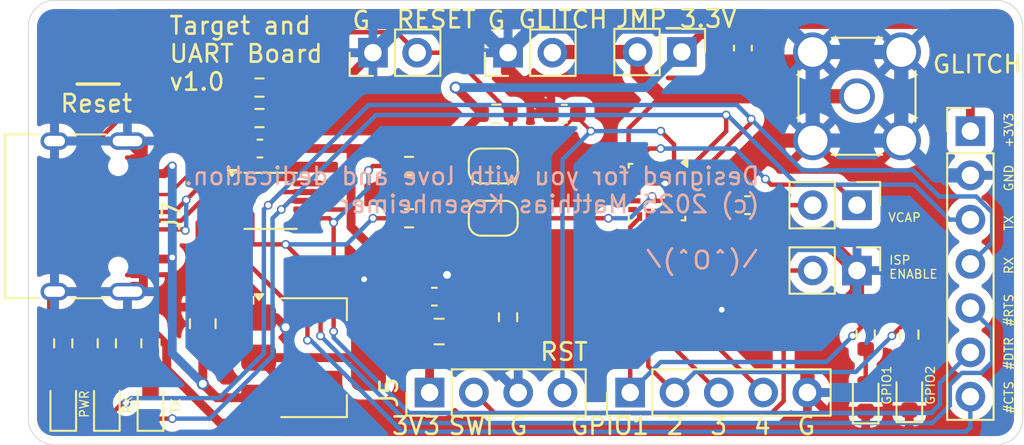
<source format=kicad_pcb>
(kicad_pcb (version 20240108) (generator "pcbnew") (generator_version "8.0")
  (layers (0 "F.Cu" signal) (31 "B.Cu" signal) (34 "B.Paste" user) (35 "F.Paste" user) (36 "B.SilkS" user "B.Silkscreen") (37 "F.SilkS" user "F.Silkscreen") (38 "B.Mask" user) (39 "F.Mask" user) (44 "Edge.Cuts" user))
  (net 0 "")
  (net 1 "GND")
  (net 2 "+5V")
  (net 3 "+3V3")
  (net 4 "Net-(D1-A)")
  (net 7 "Net-(J7-CC2)")
  (net 8 "Net-(J7-CC1)")
  (net 9 "Net-(D2-A)")
  (net 10 "Net-(D3-A)")
  (net 11 "Net-(D4-A)")
  (net 12 "/TX")
  (net 13 "Net-(D5-A)")
  (net 14 "/RX")
  (net 15 "/_DTR")
  (net 16 "/_RTS")
  (net 17 "Net-(JP2-A)")
  (net 18 "Net-(JP1-A)")
  (net 19 "/_CTS")
  (net 20 "/_ISP")
  (net 21 "Net-(J2-Pin_2)")
  (net 22 "Net-(J3-Pin_2)")
  (net 23 "/_RESET")
  (net 24 "/Dm")
  (net 25 "/Dp")
  (net 26 "Net-(J2-Pin_1)")
  (net 27 "/SWIM")
  (net 32 "/GPIO1")
  (net 33 "/GPIO2")
  (net 34 "/GPIO4")
  (net 35 "/GPIO3")
  (footprint "Capacitor_SMD:C_0603_1608Metric" (layer "F.Cu") (at 105.225 92.75)
    (property "Reference" "C6" (hide yes))
    (property "Value" "1uF" (hide yes))
  )
  (footprint "Resistor_SMD:R_0603_1608Metric" (layer "F.Cu") (at 91.5 99.175 90)
    (property "Reference" "R9" (hide yes))
    (property "Value" "4.7k" (hide yes))
  )
  (footprint "Capacitor_SMD:C_0805_2012Metric" (layer "F.Cu") (at 74 99.55 90)
    (property "Reference" "C1" (hide yes))
    (property "Value" "10u")
  )
  (footprint "Resistor_SMD:R_0603_1608Metric" (layer "F.Cu") (at 77.25 87.75)
    (property "Reference" "R1" (hide yes))
    (property "Value" "5.1k" (hide yes))
  )
  (footprint "Resistor_SMD:R_0603_1608Metric" (layer "F.Cu") (at 85.825 90.5 180)
    (property "Reference" "R11" (hide yes))
    (property "Value" "100" (hide yes))
  )
  (footprint "Resistor_SMD:R_0603_1608Metric" (layer "F.Cu") (at 90.825 87.5)
    (property "Reference" "R8" (hide yes))
    (property "Value" "4.7k" (hide yes))
  )
  (footprint "Resistor_SMD:R_0603_1608Metric" (layer "F.Cu") (at 112 100.175 -90)
    (property "Reference" "R6" (hide yes))
    (property "Value" "150" (hide yes))
  )
  (footprint "Connector_PinHeader_2.54mm:PinHeader_1x04_P2.54mm_Vertical" (layer "F.Cu") (at 87 103.5 90)
    (property "Reference" "J5")
    (property "Value" "PROGRAM/DEBUG" (hide yes))
  )
  (footprint "LED_SMD:LED_0603_1608Metric" (layer "F.Cu") (at 66 104.2125 90)
    (property "Reference" "D1" (hide yes))
    (property "Value" "LED_RED_3.3V" (hide yes))
  )
  (footprint "LED_SMD:LED_0603_1608Metric" (layer "F.Cu") (at 71 104.2125 90)
    (property "Reference" "D4" (hide yes))
    (property "Value" "LED_RED_TX" (hide yes))
  )
  (footprint "Connector_PinHeader_2.54mm:PinHeader_1x02_P2.54mm_Vertical" (layer "F.Cu") (at 101.46 83.96 -90)
    (property "Reference" "J3" (hide yes))
    (property "Value" "JMP_3V3" (hide yes))
  )
  (footprint "Resistor_SMD:R_0603_1608Metric" (layer "F.Cu") (at 68.5 100.675 -90)
    (property "Reference" "R4" (hide yes))
    (property "Value" "150" (hide yes))
  )
  (footprint "Package_DFN_QFN:ST_UFQFPN-20_3x3mm_P0.5mm" (layer "F.Cu") (at 100.0375 92 -90)
    (property "Reference" "U3" (hide yes))
    (property "Value" "STM8S003F3U" (hide yes))
  )
  (footprint "LED_SMD:LED_0603_1608Metric" (layer "F.Cu") (at 68.5 104.2125 90)
    (property "Reference" "D5" (hide yes))
    (property "Value" "LED_BLUE_RX" (hide yes))
  )
  (footprint "Connector_PinHeader_2.54mm:PinHeader_1x02_P2.54mm_Vertical" (layer "F.Cu") (at 91.5 84 90)
    (property "Reference" "J9" (hide yes))
    (property "Value" "GLITCH_IN" (hide yes))
  )
  (footprint "Resistor_SMD:R_0603_1608Metric" (layer "F.Cu") (at 71 100.675 -90)
    (property "Reference" "R3" (hide yes))
    (property "Value" "150" (hide yes))
  )
  (footprint "Connector_PinHeader_2.54mm:PinHeader_1x02_P2.54mm_Vertical" (layer "F.Cu") (at 111.5 96.5 -90)
    (property "Reference" "J1" (hide yes))
    (property "Value" "ISP_MODE" (hide yes))
  )
  (footprint "Connector_PinHeader_2.54mm:PinHeader_1x02_P2.54mm_Vertical" (layer "F.Cu") (at 83.75 84 90)
    (property "Reference" "J10" (hide yes))
    (property "Value" "RESET" (hide yes))
  )
  (footprint "Connector_USB:USB_C_Receptacle_HRO_TYPE-C-31-M-12" (layer "F.Cu") (at 66.55 93.39 -90)
    (property "Reference" "J7")
    (property "Value" "USB_C_Receptacle_USB2.0_16P" (hide yes))
  )
  (footprint "Capacitor_SMD:C_0805_2012Metric" (layer "F.Cu") (at 87.55 100)
    (property "Reference" "C2" (hide yes))
    (property "Value" "10u" (hide yes))
  )
  (footprint "Connector_PinHeader_2.54mm:PinHeader_1x07_P2.54mm_Vertical" (layer "F.Cu") (at 118 88.5)
    (property "Reference" "J4" (hide yes))
    (property "Value" "UART" (hide yes))
  )
  (footprint "Jumper:SolderJumper-2_P1.3mm_Bridged_RoundedPad1.0x1.5mm" (layer "F.Cu") (at 90.65 90.5)
    (property "Reference" "JP1" (hide yes))
    (property "Value" "SolderJumper_2_Bridged" (hide yes))
  )
  (footprint "Button_Switch_SMD:SW_KMR221GLFS" (layer "F.Cu") (at 68 84.4)
    (property "Reference" "S1" (hide yes))
    (property "Value" "KMR221GLFS" (hide yes))
  )
  (footprint "Capacitor_SMD:C_0603_1608Metric" (layer "F.Cu") (at 104.96 83.735 90)
    (property "Reference" "C5" (hide yes))
    (property "Value" "10nF" (hide yes))
  )
  (footprint "Connector_PinHeader_2.54mm:PinHeader_1x02_P2.54mm_Vertical" (layer "F.Cu") (at 111.5 92.75 -90)
    (property "Reference" "J2" (hide yes))
    (property "Value" "VCAP" (hide yes))
  )
  (footprint "Connector_Coaxial:SMA_Amphenol_901-144_Vertical" (layer "F.Cu") (at 111.5 86.5)
    (property "Reference" "J8" (hide yes))
    (property "Value" "Conn_Coaxial" (hide yes))
  )
  (footprint "Resistor_SMD:R_0603_1608Metric" (layer "F.Cu") (at 77.25 86)
    (property "Reference" "R2" (hide yes))
    (property "Value" "5.1k" (hide yes))
  )
  (footprint "LED_SMD:LED_0603_1608Metric" (layer "F.Cu") (at 114.5 103.7125 90)
    (property "Reference" "D3" (hide yes))
    (property "Value" "LED_BLUE_GPIO" (hide yes))
  )
  (footprint "Resistor_SMD:R_0603_1608Metric" (layer "F.Cu") (at 114.5 100.175 -90)
    (property "Reference" "R7" (hide yes))
    (property "Value" "150" (hide yes))
  )
  (footprint "Capacitor_SMD:C_0603_1608Metric" (layer "F.Cu") (at 77.275 89.5)
    (property "Reference" "C4" (hide yes))
    (property "Value" "10nF" (hide yes))
  )
  (footprint "Jumper:SolderJumper-2_P1.3mm_Bridged_RoundedPad1.0x1.5mm" (layer "F.Cu") (at 90.65 93.5)
    (property "Reference" "JP2" (hide yes))
    (property "Value" "SolderJumper_2_Bridged" (hide yes))
  )
  (footprint "LED_SMD:LED_0603_1608Metric" (layer "F.Cu") (at 112 103.7875 90)
    (property "Reference" "D2" (hide yes))
    (property "Value" "LED_GREEN_GPIO" (hide yes))
  )
  (footprint "Package_SO:MSOP-10_3x3mm_P0.5mm" (layer "F.Cu") (at 77.8875 92.5)
    (property "Reference" "U2" (hide yes))
    (property "Value" "CH340X" (hide yes))
  )
  (footprint "Capacitor_SMD:C_0603_1608Metric" (layer "F.Cu") (at 87.275 98 180)
    (property "Reference" "C3" (hide yes))
    (property "Value" "0.1uF" (hide yes))
  )
  (footprint "Resistor_SMD:R_0603_1608Metric" (layer "F.Cu") (at 66 100.675 -90)
    (property "Reference" "R5" (hide yes))
    (property "Value" "150" (hide yes))
  )
  (footprint "Connector_PinHeader_2.54mm:PinHeader_1x05_P2.54mm_Vertical" (layer "F.Cu") (at 98.5 103.5 90)
    (property "Reference" "J6" (hide yes))
    (property "Value" "GPIO" (hide yes))
  )
  (footprint "Resistor_SMD:R_0603_1608Metric" (layer "F.Cu") (at 85.825 93.5 180)
    (property "Reference" "R12" (hide yes))
    (property "Value" "100" (hide yes))
  )
  (footprint "Capacitor_SMD:C_0603_1608Metric" (layer "F.Cu") (at 94.725 87.5)
    (property "Reference" "C7" (hide yes))
    (property "Value" "0.1uF" (hide yes))
  )
  (footprint "Package_TO_SOT_SMD:SOT-223-3_TabPin2" (layer "F.Cu") (at 80.35 101.5)
    (property "Reference" "U1" (hide yes))
    (property "Value" "AMS1117-3.3" (hide yes))
  )
  (gr_arc (start 119.5 81) (mid 120.56066 81.43934) (end 121 82.5) (stroke (width 0.05)) (layer "Edge.Cuts"))
  (gr_line (start 121 105) (end 121 82.5) (stroke (width 0.05)) (layer "Edge.Cuts"))
  (gr_line (start 64 82.5) (end 64 105) (stroke (width 0.05)) (layer "Edge.Cuts"))
  (gr_arc (start 64 82.5) (mid 64.43934 81.43934) (end 65.5 81) (stroke (width 0.05)) (layer "Edge.Cuts"))
  (gr_arc (start 121 105) (mid 120.56066 106.06066) (end 119.5 106.5) (stroke (width 0.05)) (layer "Edge.Cuts"))
  (gr_arc (start 65.5 106.5) (mid 64.43934 106.06066) (end 64 105) (stroke (width 0.05)) (layer "Edge.Cuts"))
  (gr_line (start 119.5 81) (end 65.5 81) (stroke (width 0.05)) (layer "Edge.Cuts"))
  (gr_line (start 65.5 106.5) (end 119.5 106.5) (stroke (width 0.05)) (layer "Edge.Cuts"))
  (gr_text "Designed for you with love and dedication.\n(c) 2025 Matthias Kesenheimer\n\n＼(＾O＾)／" (at 106 96.5 0) (layer "B.SilkS") (effects (font (size 1 1)) (justify left bottom mirror)))
  (gr_text "RESET" (at 85.02 82.67 0) (layer "F.SilkS") (effects (font (size 1 1)) (justify left bottom)))
  (gr_text "PWR" (at 67.5 105 90) (layer "F.SilkS") (effects (font (size 0.5 0.5) (thickness 0.075)) (justify left bottom)))
  (gr_text "GLITCH" (at 92 82.67 0) (layer "F.SilkS") (effects (font (size 1 1)) (justify left bottom)))
  (gr_text "RX" (at 70 104.75 90) (layer "F.SilkS") (effects (font (size 0.5 0.5) (thickness 0.075)) (justify left bottom)))
  (gr_text "GLITCH" (at 115.75 85.25 0) (layer "F.SilkS") (effects (font (size 1 1)) (justify left bottom)))
  (gr_text "#CTS" (at 120.5 104.75 90) (layer "F.SilkS") (effects (font (size 0.5 0.5) (thickness 0.075)) (justify left bottom)))
  (gr_text "SWI" (at 88 106 0) (layer "F.SilkS") (effects (font (size 1 1)) (justify left bottom)))
  (gr_text "TX" (at 72.75 104.75 90) (layer "F.SilkS") (effects (font (size 0.5 0.5) (thickness 0.075)) (justify left bottom)))
  (gr_text "TX" (at 120.5 94.25 90) (layer "F.SilkS") (effects (font (size 0.5 0.5) (thickness 0.075)) (justify left bottom)))
  (gr_text "G" (at 108 106 0) (layer "F.SilkS") (effects (font (size 1 1)) (justify left bottom)))
  (gr_text "+3V3" (at 120.5 89.5 90) (layer "F.SilkS") (effects (font (size 0.5 0.5) (thickness 0.075)) (justify left bottom)))
  (gr_text "3V3" (at 84.75 106 0) (layer "F.SilkS") (effects (font (size 1 1)) (justify left bottom)))
  (gr_text "GPIO1" (at 113.5 104.25 90) (layer "F.SilkS") (effects (font (size 0.5 0.5) (thickness 0.075)) (justify left bottom)))
  (gr_text "ISP\nENABLE" (at 113.3 97 0) (layer "F.SilkS") (effects (font (size 0.5 0.5) (thickness 0.075)) (justify left bottom)))
  (gr_text "#DTR" (at 120.5 102.25 90) (layer "F.SilkS") (effects (font (size 0.5 0.5) (thickness 0.075)) (justify left bottom)))
  (gr_text "G" (at 91.5 106 0) (layer "F.SilkS") (effects (font (size 1 1)) (justify left bottom)))
  (gr_text "JMP_3.3V" (at 97.59 82.63 0) (layer "F.SilkS") (effects (font (size 1 1)) (justify left bottom)))
  (gr_text "G" (at 82.48 82.73 0) (layer "F.SilkS") (effects (font (size 1 1)) (justify left bottom)))
  (gr_text "GND" (at 120.5 92 90) (layer "F.SilkS") (effects (font (size 0.5 0.5) (thickness 0.075)) (justify left bottom)))
  (gr_text "RST" (at 93.25 101.75 0) (layer "F.SilkS") (effects (font (size 1 1)) (justify left bottom)))
  (gr_text "GPIO2" (at 116 104.25 90) (layer "F.SilkS") (effects (font (size 0.5 0.5) (thickness 0.075)) (justify left bottom)))
  (gr_text "2" (at 100.5 106 0) (layer "F.SilkS") (effects (font (size 1 1)) (justify left bottom)))
  (gr_text "Target and\nUART Board\nv1.0" (at 72 86.25 0) (layer "F.SilkS") (effects (font (size 1 1)) (justify left bottom)))
  (gr_text "4" (at 105.5 106 0) (layer "F.SilkS") (effects (font (size 1 1)) (justify left bottom)))
  (gr_text "RX" (at 120.5 96.75 90) (layer "F.SilkS") (effects (font (size 0.5 0.5) (thickness 0.075)) (justify left bottom)))
  (gr_text "#RTS" (at 120.5 99.75 90) (layer "F.SilkS") (effects (font (size 0.5 0.5) (thickness 0.075)) (justify left bottom)))
  (gr_text "G" (at 90.23 82.73 0) (layer "F.SilkS") (effects (font (size 1 1)) (justify left bottom)))
  (gr_text "3" (at 103 106 0) (layer "F.SilkS") (effects (font (size 1 1)) (justify left bottom)))
  (gr_text "GPIO1" (at 95 106 0) (layer "F.SilkS") (effects (font (size 1 1)) (justify left bottom)))
  (gr_text "Reset" (at 65.75 87.5 0) (layer "F.SilkS") (effects (font (size 1 1)) (justify left bottom)))
  (gr_text "VCAP" (at 113.25 93.75 0) (layer "F.SilkS") (effects (font (size 0.5 0.5) (thickness 0.075)) (justify left bottom)))
  (segment (start 76.6 98.6) (end 77.2 99.2) (width 0.508) (layer "F.Cu") (net 1))
  (segment (start 78.2 99.2) (end 78.75 99.75) (width 0.508) (layer "F.Cu") (net 1))
  (segment (start 78.075 87.75) (end 78.075 87.925) (width 0.508) (layer "F.Cu") (net 1))
  (segment (start 104.45 91.83519) (end 104.45 92.75) (width 0.818) (layer "F.Cu") (net 1))
  (segment (start 91.5 85.05) (end 93.95 87.5) (width 0.818) (layer "F.Cu") (net 1))
  (segment (start 112 104.575) (end 114.425 104.575) (width 0.508) (layer "F.Cu") (net 1))
  (segment (start 68 83.15) (end 70.05 85.2) (width 0.508) (layer "F.Cu") (net 1))
  (segment (start 69.68 97.71) (end 73.71 97.71) (width 0.508) (layer "F.Cu") (net 1))
  (segment (start 104.45 93.225) (end 106.225 95) (width 0.818) (layer "F.Cu") (net 1))
  (segment (start 68 82.975) (end 68 83.15) (width 0.508) (layer "F.Cu") (net 1))
  (segment (start 108.96 83.96) (end 108.41 84.51) (width 0.818) (layer "F.Cu") (net 1))
  (segment (start 77.5 91.729551) (end 77.5 90.5) (width 0.254) (layer "F.Cu") (net 1))
  (segment (start 78.075 87.925) (end 76.5 89.5) (width 0.508) (layer "F.Cu") (net 1))
  (segment (start 88 96.75) (end 88.05 96.8) (width 0.508) (layer "F.Cu") (net 1))
  (segment (start 65.5 85.65) (end 65.95 85.2) (width 0.508) (layer "F.Cu") (net 1))
  (segment (start 73.71 97.71) (end 74 98) (width 0.508) (layer "F.Cu") (net 1))
  (segment (start 112 104.575) (end 109.735 104.575) (width 0.508) (layer "F.Cu") (net 1))
  (segment (start 65.5 89.07) (end 65.5 85.65) (width 0.508) (layer "F.Cu") (net 1))
  (segment (start 111.5 96.5) (end 111.5 97.75) (width 0.818) (layer "F.Cu") (net 1))
  (segment (start 88.05 98.05) (end 88.5 98.5) (width 0.508) (layer "F.Cu") (net 1))
  (segment (start 114.425 104.575) (end 114.5 104.5) (width 0.508) (layer "F.Cu") (net 1))
  (segment (start 65.198 104.198) (end 65.198 98.012) (width 0.254) (layer "F.Cu") (net 1))
  (segment (start 88.05 98) (end 88.05 96.8) (width 0.508) (layer "F.Cu") (net 1))
  (segment (start 111.5 97.75) (end 108.66 100.59) (width 0.818) (layer "F.Cu") (net 1))
  (segment (start 75.775 92.5) (end 76.729551 92.5) (width 0.254) (layer "F.Cu") (net 1))
  (segment (start 70.595 97.405) (end 70.595 96.64) (width 0.508) (layer "F.Cu") (net 1))
  (segment (start 66 105) (end 65.198 104.198) (width 0.254) (layer "F.Cu") (net 1))
  (segment (start 70.595 90.14) (end 70.595 89.985) (width 0.508) (layer "F.Cu") (net 1))
  (segment (start 76.729551 92.5) (end 77.5 91.729551) (width 0.254) (layer "F.Cu") (net 1))
  (segment (start 65.198 98.012) (end 65.5 97.71) (width 0.254) (layer "F.Cu") (net 1))
  (segment (start 81.75 86) (end 83.75 84) (width 0.508) (layer "F.Cu") (net 1))
  (segment (start 107.24519 89.04) (end 104.45 91.83519) (width 0.818) (layer "F.Cu") (net 1))
  (segment (start 108.66 103.5) (end 108.75 103.5) (width 0.508) (layer "F.Cu") (net 1))
  (segment (start 104.45 92.75) (end 104.45 93.225) (width 0.818) (layer "F.Cu") (net 1))
  (segment (start 74 98.6) (end 76.6 98.6) (width 0.508) (layer "F.Cu") (net 1))
  (segment (start 99.5375 90.7) (end 99.5375 91.354) (width 0.254) (layer "F.Cu") (net 1))
  (segment (start 70.595 97.405) (end 69.985 97.405) (width 0.508) (layer "F.Cu") (net 1))
  (segment (start 91.5 84) (end 91.5 85.05) (width 0.818) (layer "F.Cu") (net 1))
  (segment (start 74.962501 92.5) (end 73.71 93.752501) (width 0.254) (layer "F.Cu") (net 1))
  (segment (start 70.595 89.985) (end 69.68 89.07) (width 0.508) (layer "F.Cu") (net 1))
  (segment (start 65.95 85.2) (end 68 83.15) (width 0.508) (layer "F.Cu") (net 1))
  (segment (start 110 95) (end 111.5 96.5) (width 0.818) (layer "F.Cu") (net 1))
  (segment (start 77.5 90.5) (end 76.5 89.5) (width 0.254) (layer "F.Cu") (net 1))
  (segment (start 73.71 93.752501) (end 73.71 97.71) (width 0.254) (layer "F.Cu") (net 1))
  (segment (start 108.66 100.59) (end 108.66 103.5) (width 0.818) (layer "F.Cu") (net 1))
  (segment (start 88.05 98) (end 88.05 98.05) (width 0.508) (layer "F.Cu") (net 1))
  (segment (start 108.41 84.51) (end 104.96 84.51) (width 0.818) (layer "F.Cu") (net 1))
  (segment (start 78.075 86) (end 78.075 87.75) (width 0.508) (layer "F.Cu") (net 1))
  (segment (start 75.775 92.5) (end 74.962501 92.5) (width 0.254) (layer "F.Cu") (net 1))
  (segment (start 69.985 97.405) (end 69.68 97.71) (width 0.508) (layer "F.Cu") (net 1))
  (segment (start 106.225 95) (end 110 95) (width 0.818) (layer "F.Cu") (net 1))
  (segment (start 99.6835 91.5) (end 100.5 91.5) (width 0.254) (layer "F.Cu") (net 1))
  (segment (start 74 98.6) (end 74 98) (width 0.508) (layer "F.Cu") (net 1))
  (segment (start 78.075 86) (end 81.75 86) (width 0.508) (layer "F.Cu") (net 1))
  (segment (start 99.5375 91.354) (end 99.6835 91.5) (width 0.254) (layer "F.Cu") (net 1))
  (segment (start 109.735 104.575) (end 108.66 103.5) (width 0.508) (layer "F.Cu") (net 1))
  (segment (start 108.96 89.04) (end 107.24519 89.04) (width 0.818) (layer "F.Cu") (net 1))
  (segment (start 77.2 99.2) (end 78.2 99.2) (width 0.508) (layer "F.Cu") (net 1))
  (segment (start 88.5 98.5) (end 88.5 100) (width 0.508) (layer "F.Cu") (net 1))
  (via (at 83.25 97) (size 0.5) (drill 0.33) (layers "F.Cu" "B.Cu") (net 1))
  (via (at 78.75 99.75) (size 0.7) (drill 0.45) (layers "F.Cu" "B.Cu") (net 1))
  (via (at 100.5 91.5) (size 0.5) (drill 0.33) (layers "F.Cu" "B.Cu") (net 1))
  (via (at 88 96.75) (size 0.7) (drill 0.45) (layers "F.Cu" "B.Cu") (net 1))
  (via (at 103.75 98.75) (size 0.5) (drill 0.33) (layers "F.Cu" "B.Cu") (net 1))
  (segment (start 65.5 97.71) (end 69.68 97.71) (width 0.508) (layer "B.Cu") (net 1))
  (segment (start 65.5 89.07) (end 65.5 97.71) (width 0.508) (layer "B.Cu") (net 1))
  (segment (start 88 99.42) (end 92.08 103.5) (width 0.508) (layer "B.Cu") (net 1))
  (segment (start 108.96 89.04) (end 108.96 83.96) (width 0.818) (layer "B.Cu") (net 1))
  (segment (start 88 98.92) (end 88 96.75) (width 0.508) (layer "B.Cu") (net 1))
  (segment (start 107.501 82.501) (end 92.999 82.501) (width 0.818) (layer "B.Cu") (net 1))
  (segment (start 116.04 91.04) (end 118 91.04) (width 0.818) (layer "B.Cu") (net 1))
  (segment (start 110.196 95.196) (end 111.5 96.5) (width 0.508) (layer "B.Cu") (net 1))
  (segment (start 88 98.92) (end 88 99.42) (width 0.508) (layer "B.Cu") (net 1))
  (segment (start 85.209 82.541) (end 83.75 84) (width 0.818) (layer "B.Cu") (net 1))
  (segment (start 92.999 82.501) (end 91.5 84) (width 0.818) (layer "B.Cu") (net 1))
  (segment (start 114.04 83.96) (end 108.96 83.96) (width 0.818) (layer "B.Cu") (net 1))
  (segment (start 91.25 84) (end 89.791 82.541) (width 0.818) (layer "B.Cu") (net 1))
  (segment (start 114.04 83.96) (end 114.04 89.04) (width 0.818) (layer "B.Cu") (net 1))
  (segment (start 114.04 89.04) (end 116.04 91.04) (width 0.818) (layer "B.Cu") (net 1))
  (segment (start 70.71 97.71) (end 69.68 97.71) (width 0.508) (layer "B.Cu") (net 1))
  (segment (start 78.75 99.75) (end 79.58 98.92) (width 0.508) (layer "B.Cu") (net 1))
  (segment (start 69.68 89.07) (end 65.5 89.07) (width 0.508) (layer "B.Cu") (net 1))
  (segment (start 89.791 82.541) (end 85.209 82.541) (width 0.818) (layer "B.Cu") (net 1))
  (segment (start 104.196 95.196) (end 110.196 95.196) (width 0.508) (layer "B.Cu") (net 1))
  (segment (start 108.96 83.96) (end 107.501 82.501) (width 0.818) (layer "B.Cu") (net 1))
  (segment (start 100.5 91.5) (end 104.196 95.196) (width 0.508) (layer "B.Cu") (net 1))
  (segment (start 114.04 89.04) (end 108.96 89.04) (width 0.818) (layer "B.Cu") (net 1))
  (segment (start 79.58 98.92) (end 88 98.92) (width 0.508) (layer "B.Cu") (net 1))
  (segment (start 91.5 84) (end 91.25 84) (width 0.818) (layer "B.Cu") (net 1))
  (segment (start 70.595 95.84) (end 72.16 95.84) (width 0.508) (layer "F.Cu") (net 2))
  (segment (start 70.595 90.94) (end 71.81 90.94) (width 0.508) (layer "F.Cu") (net 2))
  (segment (start 71.81 90.94) (end 72.25 90.5) (width 0.508) (layer "F.Cu") (net 2))
  (segment (start 72.16 95.84) (end 72.25 95.75) (width 0.508) (layer "F.Cu") (net 2))
  (segment (start 74.8 103.8) (end 77.2 103.8) (width 0.508) (layer "F.Cu") (net 2))
  (segment (start 74 100.5) (end 74 103) (width 0.508) (layer "F.Cu") (net 2))
  (segment (start 74 103) (end 74.8 103.8) (width 0.508) (layer "F.Cu") (net 2))
  (via (at 72.25 90.5) (size 0.5) (drill 0.33) (layers "F.Cu" "B.Cu") (net 2))
  (via (at 74 103) (size 0.7) (drill 0.45) (layers "F.Cu" "B.Cu") (net 2))
  (via (at 72.25 95.75) (size 0.5) (drill 0.33) (layers "F.Cu" "B.Cu") (net 2))
  (segment (start 72.25 95.75) (end 72.25 101.25) (width 0.508) (layer "B.Cu") (net 2))
  (segment (start 72.25 90.5) (end 72.25 95.75) (width 0.508) (layer "B.Cu") (net 2))
  (segment (start 72.25 101.25) (end 74 103) (width 0.508) (layer "B.Cu") (net 2))
  (segment (start 101.54 83.96) (end 102.54 82.96) (width 0.508) (layer "F.Cu") (net 3))
  (segment (start 106.619 82.381) (end 116.381 82.381) (width 0.508) (layer "F.Cu") (net 3))
  (segment (start 78.654 104.592) (end 77.996 105.25) (width 0.508) (layer "F.Cu") (net 3))
  (segment (start 86.5 101.5) (end 83.5 101.5) (width 0.508) (layer "F.Cu") (net 3))
  (segment (start 106.04 82.96) (end 106.619 82.381) (width 0.508) (layer "F.Cu") (net 3))
  (segment (start 82.5 91.5) (end 82.5 89.5) (width 0.508) (layer "F.Cu") (net 3))
  (segment (start 80 91.5) (end 82.5 91.5) (width 0.254) (layer "F.Cu") (net 3))
  (segment (start 71.929 100.779) (end 71 99.85) (width 0.508) (layer "F.Cu") (net 3))
  (segment (start 87 101.5) (end 86.5 101.5) (width 0.508) (layer "F.Cu") (net 3))
  (segment (start 77.2 101.5) (end 83.5 101.5) (width 0.508) (layer "F.Cu") (net 3))
  (segment (start 101.46 83.96) (end 101.46 84.04) (width 0.508) (layer "F.Cu") (net 3))
  (segment (start 104.96 82.96) (end 106.04 82.96) (width 0.508) (layer "F.Cu") (net 3))
  (segment (start 68.5 99.85) (end 66 99.85) (width 0.508) (layer "F.Cu") (net 3))
  (segment (start 86.6 100) (end 86.6 101.4) (width 0.508) (layer "F.Cu") (net 3))
  (segment (start 82.5 89.5) (end 88 89.5) (width 0.508) (layer "F.Cu") (net 3))
  (segment (start 86.6 98.1) (end 86.5 98) (width 0.508) (layer "F.Cu") (net 3))
  (segment (start 82.5 93) (end 82.5 91.5) (width 0.508) (layer "F.Cu") (net 3))
  (segment (start 75 105.25) (end 71.929 102.179) (width 0.508) (layer "F.Cu") (net 3))
  (segment (start 71 100.001264) (end 71 99.85) (width 0.508) (layer "F.Cu") (net 3))
  (segment (start 71.929 102.179) (end 71.929 100.779) (width 0.508) (layer "F.Cu") (net 3))
  (segment (start 87 101.5) (end 87 103.5) (width 0.508) (layer "F.Cu") (net 3))
  (segment (start 116.381 82.381) (end 118 84) (width 0.508) (layer "F.Cu") (net 3))
  (segment (start 77.2 101.5) (end 78.654 102.954) (width 0.508) (layer "F.Cu") (net 3))
  (segment (start 78.05 89.5) (end 82.5 89.5) (width 0.508) (layer "F.Cu") (net 3))
  (segment (start 86.6 101.4) (end 86.5 101.5) (width 0.508) (layer "F.Cu") (net 3))
  (segment (start 86.5 98) (end 82.5 94) (width 0.508) (layer "F.Cu") (net 3))
  (segment (start 90 87.5) (end 88.5 86) (width 0.508) (layer "F.Cu") (net 3))
  (segment (start 118 84) (end 118 88.5) (width 0.508) (layer "F.Cu") (net 3))
  (segment (start 87.5 101.5) (end 87 101.5) (width 0.508) (layer "F.Cu") (net 3))
  (segment (start 101.46 83.96) (end 101.54 83.96) (width 0.508) (layer "F.Cu") (net 3))
  (segment (start 86.6 100) (end 86.6 98.1) (width 0.508) (layer "F.Cu") (net 3))
  (segment (start 88 89.5) (end 90 87.5) (width 0.508) (layer "F.Cu") (net 3))
  (segment (start 77.996 105.25) (end 75 105.25) (width 0.508) (layer "F.Cu") (net 3))
  (segment (start 80 93) (end 82.5 93) (width 0.254) (layer "F.Cu") (net 3))
  (segment (start 78.654 102.954) (end 78.654 104.592) (width 0.508) (layer "F.Cu") (net 3))
  (segment (start 90 101.5) (end 87.5 101.5) (width 0.508) (layer "F.Cu") (net 3))
  (segment (start 71 99.85) (end 68.5 99.85) (width 0.508) (layer "F.Cu") (net 3))
  (segment (start 102.54 82.96) (end 104.96 82.96) (width 0.508) (layer "F.Cu") (net 3))
  (segment (start 91.5 100) (end 90 101.5) (width 0.508) (layer "F.Cu") (net 3))
  (segment (start 82.5 94) (end 82.5 93) (width 0.508) (layer "F.Cu") (net 3))
  (via (at 88.5 86) (size 0.7) (drill 0.45) (layers "F.Cu" "B.Cu") (net 3))
  (segment (start 88.5 86) (end 99.42 86) (width 0.508) (layer "B.Cu") (net 3))
  (segment (start 99.42 86) (end 101.46 83.96) (width 0.508) (layer "B.Cu") (net 3))
  (segment (start 66 101.5) (end 66 103.425) (width 0.254) (layer "F.Cu") (net 4))
  (segment (start 76.425 86) (end 71.030445 86) (width 0.254) (layer "F.Cu") (net 7))
  (segment (start 71.030445 86) (end 68 89.030445) (width 0.254) (layer "F.Cu") (net 7))
  (segment (start 69.64 95.14) (end 70.595 95.14) (width 0.254) (layer "F.Cu") (net 7))
  (segment (start 68 93.5) (end 69.64 95.14) (width 0.254) (layer "F.Cu") (net 7))
  (segment (start 68 89.030445) (end 68 93.5) (width 0.254) (layer "F.Cu") (net 7))
  (segment (start 72.035 92.14) (end 76.425 87.75) (width 0.2) (layer "F.Cu") (net 8))
  (segment (start 70.595 92.14) (end 72.035 92.14) (width 0.2) (layer "F.Cu") (net 8))
  (segment (start 112 101) (end 112 103) (width 0.254) (layer "F.Cu") (net 9))
  (segment (start 114.5 101) (end 114.5 102.925) (width 0.254) (layer "F.Cu") (net 10))
  (segment (start 71 101.5) (end 71 103.425) (width 0.254) (layer "F.Cu") (net 11))
  (segment (start 79 92.5) (end 78.5 93) (width 0.254) (layer "F.Cu") (net 12))
  (segment (start 104 88.5125) (end 104 87.577) (width 0.254) (layer "F.Cu") (net 12))
  (segment (start 80 92.5) (end 79 92.5) (width 0.254) (layer "F.Cu") (net 12))
  (segment (start 101.5125 91) (end 104 88.5125) (width 0.254) (layer "F.Cu") (net 12))
  (segment (start 72.25 105) (end 71 105) (width 0.254) (layer "F.Cu") (net 12))
  (via (at 78.5 93) (size 0.5) (drill 0.33) (layers "F.Cu" "B.Cu") (net 12))
  (via (at 72.25 105) (size 0.5) (drill 0.33) (layers "F.Cu" "B.Cu") (net 12))
  (via (at 104 87.577) (size 0.5) (drill 0.33) (layers "F.Cu" "B.Cu") (net 12))
  (segment (start 78 101.4) (end 78 93.5) (width 0.254) (layer "B.Cu") (net 12))
  (segment (start 104 87.577) (end 104.077 87.577) (width 0.254) (layer "B.Cu") (net 12))
  (segment (start 114.790919 91.573) (end 116.797919 93.58) (width 0.254) (layer "B.Cu") (net 12))
  (segment (start 78.5 93) (end 83.923 87.577) (width 0.254) (layer "B.Cu") (net 12))
  (segment (start 104.077 87.577) (end 108.073 91.573) (width 0.254) (layer "B.Cu") (net 12))
  (segment (start 72.25 105) (end 74.4 105) (width 0.254) (layer "B.Cu") (net 12))
  (segment (start 98.75 87.577) (end 104 87.577) (width 0.254) (layer "B.Cu") (net 12))
  (segment (start 108.073 91.573) (end 114.790919 91.573) (width 0.254) (layer "B.Cu") (net 12))
  (segment (start 83.923 87.577) (end 98.75 87.577) (width 0.254) (layer "B.Cu") (net 12))
  (segment (start 74.4 105) (end 78 101.4) (width 0.254) (layer "B.Cu") (net 12))
  (segment (start 78 93.5) (end 78.5 93) (width 0.254) (layer "B.Cu") (net 12))
  (segment (start 116.797919 93.58) (end 118 93.58) (width 0.254) (layer "B.Cu") (net 12))
  (segment (start 68.5 101.5) (end 68.5 103.425) (width 0.254) (layer "F.Cu") (net 13))
  (segment (start 77.75 92.75) (end 78.5 92) (width 0.254) (layer "F.Cu") (net 14))
  (segment (start 101.3375 91.5) (end 101.9415 91.5) (width 0.254) (layer "F.Cu") (net 14))
  (segment (start 69.6 104.1) (end 69.4 104.1) (width 0.254) (layer "F.Cu") (net 14))
  (segment (start 69.4 104.1) (end 68.5 105) (width 0.254) (layer "F.Cu") (net 14))
  (segment (start 101.9415 91.5) (end 105.4375 88.004) (width 0.254) (layer "F.Cu") (net 14))
  (segment (start 105.4375 88.004) (end 105.4375 87.8125) (width 0.254) (layer "F.Cu") (net 14))
  (segment (start 78.5 92) (end 80 92) (width 0.254) (layer "F.Cu") (net 14))
  (via (at 77.75 92.75) (size 0.5) (drill 0.33) (layers "F.Cu" "B.Cu") (net 14))
  (via (at 69.6 104.1) (size 0.5) (drill 0.33) (layers "F.Cu" "B.Cu") (net 14))
  (via (at 105.4375 87.8125) (size 0.5) (drill 0.33) (layers "F.Cu" "B.Cu") (net 14))
  (segment (start 104.625 87) (end 105.4375 87.8125) (width 0.254) (layer "B.Cu") (net 14))
  (segment (start 69.6 104.1) (end 69.877 103.823) (width 0.254) (layer "B.Cu") (net 14))
  (segment (start 74.934948 103.823) (end 77.5 101.257948) (width 0.254) (layer "B.Cu") (net 14))
  (segment (start 105.4375 87.8125) (end 108.375 90.75) (width 0.254) (layer "B.Cu") (net 14))
  (segment (start 119.25 93.16547) (end 119.25 94.87) (width 0.254) (layer "B.Cu") (net 14))
  (segment (start 118.13 96.12) (end 118 96.12) (width 0.254) (layer "B.Cu") (net 14))
  (segment (start 77.5 93) (end 77.75 92.75) (width 0.254) (layer "B.Cu") (net 14))
  (segment (start 77.5 101.257948) (end 77.5 93) (width 0.254) (layer "B.Cu") (net 14))
  (segment (start 108.375 90.75) (end 114.709138 90.75) (width 0.254) (layer "B.Cu") (net 14))
  (segment (start 69.877 103.823) (end 74.934948 103.823) (width 0.254) (layer "B.Cu") (net 14))
  (segment (start 83.5 87) (end 104.625 87) (width 0.254) (layer "B.Cu") (net 14))
  (segment (start 77.75 92.75) (end 83.5 87) (width 0.254) (layer "B.Cu") (net 14))
  (segment (start 116.209138 92.25) (end 118.33453 92.25) (width 0.254) (layer "B.Cu") (net 14))
  (segment (start 118.33453 92.25) (end 119.25 93.16547) (width 0.254) (layer "B.Cu") (net 14))
  (segment (start 114.709138 90.75) (end 116.209138 92.25) (width 0.254) (layer "B.Cu") (net 14))
  (segment (start 119.25 94.87) (end 118 96.12) (width 0.254) (layer "B.Cu") (net 14))
  (segment (start 81.5 93.75) (end 81.5 100) (width 0.254) (layer "F.Cu") (net 15))
  (segment (start 80 93.5) (end 81.25 93.5) (width 0.254) (layer "F.Cu") (net 15))
  (segment (start 81.25 93.5) (end 81.5 93.75) (width 0.254) (layer "F.Cu") (net 15))
  (segment (start 85 90.5) (end 83.75 90.5) (width 0.254) (layer "F.Cu") (net 15))
  (segment (start 83.75 90.5) (end 83.5 90.75) (width 0.254) (layer "F.Cu") (net 15))
  (via (at 83.5 90.75) (size 0.5) (drill 0.33) (layers "F.Cu" "B.Cu") (net 15))
  (via (at 81.5 100) (size 0.5) (drill 0.33) (layers "F.Cu" "B.Cu") (net 15))
  (via (at 81.5 93.75) (size 0.5) (drill 0.33) (layers "F.Cu" "B.Cu") (net 15))
  (segment (start 115.750001 104.677) (end 116.25 104.177001) (width 0.254) (layer "B.Cu") (net 15))
  (segment (start 116.25 102.95) (end 118 101.2) (width 0.254) (layer "B.Cu") (net 15))
  (segment (start 81.5 100.354) (end 81.5 100) (width 0.254) (layer "B.Cu") (net 15))
  (segment (start 85.823 104.677) (end 81.5 100.354) (width 0.254) (layer "B.Cu") (net 15))
  (segment (start 86.427 104.677) (end 115.750001 104.677) (width 0.254) (layer "B.Cu") (net 15))
  (segment (start 86.427 104.677) (end 85.823 104.677) (width 0.254) (layer "B.Cu") (net 15))
  (segment (start 116.25 104.177001) (end 116.25 102.95) (width 0.254) (layer "B.Cu") (net 15))
  (segment (start 81.5 93.75) (end 83.5 91.75) (width 0.254) (layer "B.Cu") (net 15))
  (segment (start 83.5 91.75) (end 83.5 90.75) (width 0.254) (layer "B.Cu") (net 15))
  (segment (start 76.57288 93) (end 75.775 93) (width 0.254) (layer "F.Cu") (net 16))
  (segment (start 76.8415 93.26862) (end 76.57288 93) (width 0.254) (layer "F.Cu") (net 16))
  (segment (start 80.75 100.25) (end 80.75 97) (width 0.254) (layer "F.Cu") (net 16))
  (segment (start 80.75 97) (end 78.75 95) (width 0.254) (layer "F.Cu") (net 16))
  (segment (start 76.8415 95) (end 76.8415 93.26862) (width 0.254) (layer "F.Cu") (net 16))
  (segment (start 78.75 95) (end 76.8415 95) (width 0.254) (layer "F.Cu") (net 16))
  (segment (start 85 93.5) (end 83.75 93.5) (width 0.254) (layer "F.Cu") (net 16))
  (via (at 78.75 95) (size 0.5) (drill 0.33) (layers "F.Cu" "B.Cu") (net 16))
  (via (at 83.75 93.5) (size 0.5) (drill 0.33) (layers "F.Cu" "B.Cu") (net 16))
  (via (at 80.75 100.25) (size 0.5) (drill 0.33) (layers "F.Cu" "B.Cu") (net 16))
  (segment (start 85.753947 105.25) (end 80.753947 100.25) (width 0.254) (layer "B.Cu") (net 16))
  (segment (start 116.823 104.246053) (end 116.823 103.06647) (width 0.254) (layer "B.Cu") (net 16))
  (segment (start 80.753947 100.25) (end 80.75 100.25) (width 0.254) (layer "B.Cu") (net 16))
  (segment (start 117.51247 102.377) (end 118.623 102.377) (width 0.254) (layer "B.Cu") (net 16))
  (segment (start 82.25 95) (end 78.75 95) (width 0.254) (layer "B.Cu") (net 16))
  (segment (start 118.623 102.377) (end 119.25 101.75) (width 0.254) (layer "B.Cu") (net 16))
  (segment (start 86.25 105.25) (end 115.819053 105.25) (width 0.254) (layer "B.Cu") (net 16))
  (segment (start 115.819053 105.25) (end 116.823 104.246053) (width 0.254) (layer "B.Cu") (net 16))
  (segment (start 119.25 99.91) (end 118 98.66) (width 0.254) (layer "B.Cu") (net 16))
  (segment (start 83.75 93.5) (end 82.25 95) (width 0.254) (layer "B.Cu") (net 16))
  (segment (start 119.25 101.75) (end 119.25 99.91) (width 0.254) (layer "B.Cu") (net 16))
  (segment (start 116.823 103.06647) (end 117.51247 102.377) (width 0.254) (layer "B.Cu") (net 16))
  (segment (start 86.25 105.25) (end 85.753947 105.25) (width 0.254) (layer "B.Cu") (net 16))
  (segment (start 86.65 93.5) (end 90 93.5) (width 0.254) (layer "F.Cu") (net 17))
  (segment (start 86.65 90.5) (end 90 90.5) (width 0.254) (layer "F.Cu") (net 18))
  (segment (start 75.775 93.5) (end 75.775 95.275) (width 0.254) (layer "F.Cu") (net 19))
  (segment (start 80 100.5) (end 80 99.5) (width 0.254) (layer "F.Cu") (net 19))
  (segment (start 80 99.5) (end 75.775 95.275) (width 0.254) (layer "F.Cu") (net 19))
  (via (at 80 100.5) (size 0.5) (drill 0.33) (layers "F.Cu" "B.Cu") (net 19))
  (segment (start 85.933998 105.75) (end 85.433998 105.75) (width 0.254) (layer "B.Cu") (net 19))
  (segment (start 117.75 105.75) (end 118 105.5) (width 0.254) (layer "B.Cu") (net 19))
  (segment (start 118 105.5) (end 118 103.74) (width 0.254) (layer "B.Cu") (net 19))
  (segment (start 80.183998 100.5) (end 80 100.5) (width 0.254) (layer "B.Cu") (net 19))
  (segment (start 85.933998 105.75) (end 117.75 105.75) (width 0.254) (layer "B.Cu") (net 19))
  (segment (start 85.433998 105.75) (end 80.183998 100.5) (width 0.254) (layer "B.Cu") (net 19))
  (segment (start 108.96 96.5) (end 106.0375 96.5) (width 0.254) (layer "F.Cu") (net 20))
  (segment (start 100 92.5) (end 99.75 92.25) (width 0.254) (layer "F.Cu") (net 20))
  (segment (start 102.0375 92.5) (end 101.3375 92.5) (width 0.254) (layer "F.Cu") (net 20))
  (segment (start 91.3 98.15) (end 91.5 98.35) (width 0.254) (layer "F.Cu") (net 20))
  (segment (start 106.0375 96.5) (end 102.0375 92.5) (width 0.254) (layer "F.Cu") (net 20))
  (segment (start 91.3 93.5) (end 97.25 93.5) (width 0.254) (layer "F.Cu") (net 20))
  (segment (start 101.3375 92.5) (end 100.5 92.5) (width 0.254) (layer "F.Cu") (net 20))
  (segment (start 100.5 92.5) (end 100 92.5) (width 0.254) (layer "F.Cu") (net 20))
  (segment (start 91.3 93.5) (end 91.3 98.15) (width 0.254) (layer "F.Cu") (net 20))
  (via (at 97.25 93.5) (size 0.5) (drill 0.33) (layers "F.Cu" "B.Cu") (net 20))
  (via (at 99.75 92.25) (size 0.5) (drill 0.33) (layers "F.Cu" "B.Cu") (net 20))
  (segment (start 98.5 93.5) (end 97.25 93.5) (width 0.254) (layer "B.Cu") (net 20))
  (segment (start 99.75 92.25) (end 98.5 93.5) (width 0.254) (layer "B.Cu") (net 20))
  (segment (start 106 92.75) (end 108.96 92.75) (width 0.254) (layer "F.Cu") (net 21))
  (segment (start 98.92 85.162081) (end 98.92 83.96) (width 0.818) (layer "F.Cu") (net 22))
  (segment (start 111.5 86.5) (end 100.257919 86.5) (width 0.818) (layer "F.Cu") (net 22))
  (segment (start 98.5625 91) (end 98.4075 90.845) (width 0.254) (layer "F.Cu") (net 22))
  (segment (start 100.257919 86.5) (end 98.92 85.162081) (width 0.818) (layer "F.Cu") (net 22))
  (segment (start 94.08 83.96) (end 94.04 84) (width 0.818) (layer "F.Cu") (net 22))
  (segment (start 98.4075 90.845) (end 98.4075 88.350419) (width 0.254) (layer "F.Cu") (net 22))
  (segment (start 98.92 83.96) (end 94.08 83.96) (width 0.818) (layer "F.Cu") (net 22))
  (segment (start 98.4075 88.350419) (end 100.257919 86.5) (width 0.254) (layer "F.Cu") (net 22))
  (segment (start 70.827 82.823) (end 85.113 82.823) (width 0.254) (layer "F.Cu") (net 23))
  (segment (start 91.65 90.15) (end 91.3 90.5) (width 0.254) (layer "F.Cu") (net 23))
  (segment (start 88.15 84) (end 86.29 84) (width 0.254) (layer "F.Cu") (net 23))
  (segment (start 91.65 88.75) (end 91.65 90.15) (width 0.254) (layer "F.Cu") (net 23))
  (segment (start 70.05 83.423) (end 70.05 83.6) (width 0.254) (layer "F.Cu") (net 23))
  (segment (start 91.65 87.5) (end 91.65 88.75) (width 0.254) (layer "F.Cu") (net 23))
  (segment (start 95.5 87.5) (end 95.5 87.75) (width 0.2) (layer "F.Cu") (net 23))
  (segment (start 69 82.373) (end 70.05 83.423) (width 0.254) (layer "F.Cu") (net 23))
  (segment (start 65.95 83.6) (end 65.95 83.246) (width 0.254) (layer "F.Cu") (net 23))
  (segment (start 94.25 88.75) (end 91.65 88.75) (width 0.2) (layer "F.Cu") (net 23))
  (segment (start 70.05 83.6) (end 70.827 82.823) (width 0.254) (layer "F.Cu") (net 23))
  (segment (start 65.95 83.246) (end 66.823 82.373) (width 0.254) (layer "F.Cu") (net 23))
  (segment (start 91.65 87.5) (end 88.15 84) (width 0.254) (layer "F.Cu") (net 23))
  (segment (start 101.0375 90.2875) (end 101.0145 90.2645) (width 0.254) (layer "F.Cu") (net 23))
  (segment (start 91.425 90.375) (end 91.3 90.5) (width 0.254) (layer "F.Cu") (net 23))
  (segment (start 95.5 87.75) (end 96.25 88.5) (width 0.2) (layer "F.Cu") (net 23))
  (segment (start 66.823 82.373) (end 69 82.373) (width 0.254) (layer "F.Cu") (net 23))
  (segment (start 95.5 87.5) (end 94.25 88.75) (width 0.2) (layer "F.Cu") (net 23))
  (segment (start 101.0375 90.525) (end 101.0375 90.2875) (width 0.254) (layer "F.Cu") (net 23))
  (segment (start 101.0145 89.2645) (end 100.25 88.5) (width 0.254) (layer "F.Cu") (net 23))
  (segment (start 101.0145 90.2645) (end 101.0145 89.2645) (width 0.254) (layer "F.Cu") (net 23))
  (segment (start 85.113 82.823) (end 86.29 84) (width 0.254) (layer "F.Cu") (net 23))
  (via (at 100.25 88.5) (size 0.5) (drill 0.33) (layers "F.Cu" "B.Cu") (net 23))
  (via (at 96.25 88.5) (size 0.5) (drill 0.33) (layers "F.Cu" "B.Cu") (net 23))
  (segment (start 96.25 88.5) (end 94.62 90.13) (width 0.254) (layer "B.Cu") (net 23))
  (segment (start 100.25 88.5) (end 96.25 88.5) (width 0.254) (layer "B.Cu") (net 23))
  (segment (start 94.62 90.13) (end 94.62 103.5) (width 0.254) (layer "B.Cu") (net 23))
  (segment (start 70.595 93.64) (end 69.64 93.64) (width 0.254) (layer "F.Cu") (net 24))
  (segment (start 69.566 92.64) (end 70.595 92.64) (width 0.254) (layer "F.Cu") (net 24))
  (segment (start 69.543 92.663) (end 69.566 92.64) (width 0.254) (layer "F.Cu") (net 24))
  (segment (start 70.595 93.64) (end 72.76 93.64) (width 0.254) (layer "F.Cu") (net 24))
  (segment (start 69.64 93.64) (end 69.543 93.543) (width 0.254) (layer "F.Cu") (net 24))
  (segment (start 72.76 93.64) (end 74.4 92) (width 0.254) (layer "F.Cu") (net 24))
  (segment (start 69.543 93.543) (end 69.543 92.663) (width 0.254) (layer "F.Cu") (net 24))
  (segment (start 74.4 92) (end 75.775 92) (width 0.254) (layer "F.Cu") (net 24))
  (segment (start 70.595 94.14) (end 72.94 94.14) (width 0.254) (layer "F.Cu") (net 25))
  (segment (start 72.94 94.14) (end 73 94.2) (width 0.254) (layer "F.Cu") (net 25))
  (segment (start 72.36 93.14) (end 73.05 92.45) (width 0.254) (layer "F.Cu") (net 25))
  (segment (start 70.595 93.14) (end 72.36 93.14) (width 0.254) (layer "F.Cu") (net 25))
  (segment (start 73.05 92.45) (end 74 91.5) (width 0.254) (layer "F.Cu") (net 25))
  (segment (start 74 91.5) (end 75.775 91.5) (width 0.254) (layer "F.Cu") (net 25))
  (via (at 73.05 92.45) (size 0.5) (drill 0.33) (layers "F.Cu" "B.Cu") (net 25))
  (via (at 73 94.2) (size 0.5) (drill 0.33) (layers "F.Cu" "B.Cu") (net 25))
  (segment (start 73.05 94.15) (end 73 94.2) (width 0.254) (layer "B.Cu") (net 25))
  (segment (start 73.05 92.45) (end 73.05 94.15) (width 0.254) (layer "B.Cu") (net 25))
  (segment (start 106.573 91.573) (end 106.25 91.25) (width 0.254) (layer "F.Cu") (net 26))
  (segment (start 99.0375 90.046) (end 99.0375 90.525) (width 0.254) (layer "F.Cu") (net 26))
  (segment (start 111.5 92.75) (end 110.323 91.573) (width 0.254) (layer "F.Cu") (net 26))
  (segment (start 100.25 89.5) (end 99.5835 89.5) (width 0.254) (layer "F.Cu") (net 26))
  (segment (start 110.323 91.573) (end 106.573 91.573) (width 0.254) (layer "F.Cu") (net 26))
  (segment (start 99.5835 89.5) (end 99.0375 90.046) (width 0.254) (layer "F.Cu") (net 26))
  (via (at 100.25 89.5) (size 0.5) (drill 0.33) (layers "F.Cu" "B.Cu") (net 26))
  (via (at 106.25 91.25) (size 0.5) (drill 0.33) (layers "F.Cu" "B.Cu") (net 26))
  (segment (start 104.5 89.5) (end 100.25 89.5) (width 0.254) (layer "B.Cu") (net 26))
  (segment (start 106.25 91.25) (end 104.5 89.5) (width 0.254) (layer "B.Cu") (net 26))
  (segment (start 107.297 99.7345) (end 107.297 103.98753) (width 0.254) (layer "F.Cu") (net 27))
  (segment (start 90.717 104.677) (end 89.54 103.5) (width 0.254) (layer "F.Cu") (net 27))
  (segment (start 106.60753 104.677) (end 90.717 104.677) (width 0.254) (layer "F.Cu") (net 27))
  (segment (start 107.297 103.98753) (end 106.60753 104.677) (width 0.254) (layer "F.Cu") (net 27))
  (segment (start 101.0375 93.475) (end 107.297 99.7345) (width 0.254) (layer "F.Cu") (net 27))
  (segment (start 98.5 94.0125) (end 98.5 103.5) (width 0.254) (layer "F.Cu") (net 32))
  (segment (start 112 99.5) (end 111.25 100.25) (width 0.254) (layer "F.Cu") (net 32))
  (segment (start 112 99.35) (end 112 99.5) (width 0.254) (layer "F.Cu") (net 32))
  (segment (start 99.0375 93.475) (end 98.5 94.0125) (width 0.254) (layer "F.Cu") (net 32))
  (segment (start 98.4125 103.4125) (end 98.5 103.5) (width 0.254) (layer "F.Cu") (net 32))
  (via (at 111.25 100.25) (size 0.5) (drill 0.33) (layers "F.Cu" "B.Cu") (net 32))
  (segment (start 109.75 101.75) (end 111.25 100.25) (width 0.254) (layer "B.Cu") (net 32))
  (segment (start 100.25 101.75) (end 109.75 101.75) (width 0.254) (layer "B.Cu") (net 32))
  (segment (start 98.5 103.5) (end 100.25 101.75) (width 0.254) (layer "B.Cu") (net 32))
  (segment (start 99.5375 101.9975) (end 101.04 103.5) (width 0.254) (layer "F.Cu") (net 33))
  (segment (start 99.5375 93.3) (end 99.5375 101.9975) (width 0.254) (layer "F.Cu") (net 33))
  (segment (start 114.5 99.35) (end 114.4 99.35) (width 0.254) (layer "F.Cu") (net 33))
  (segment (start 114.4 99.35) (end 113.5 100.25) (width 0.254) (layer "F.Cu") (net 33))
  (via (at 113.5 100.25) (size 0.5) (drill 0.33) (layers "F.Cu" "B.Cu") (net 33))
  (segment (start 111.427 102.323) (end 113.5 100.25) (width 0.254) (layer "B.Cu") (net 33))
  (segment (start 102.217 102.323) (end 111.427 102.323) (width 0.254) (layer "B.Cu") (net 33))
  (segment (start 101.04 103.5) (end 102.217 102.323) (width 0.254) (layer "B.Cu") (net 33))
  (segment (start 100.5375 97.9175) (end 106.12 103.5) (width 0.254) (layer "F.Cu") (net 34))
  (segment (start 100.5375 93.3) (end 100.5375 97.9175) (width 0.254) (layer "F.Cu") (net 34))
  (segment (start 100.0375 93.3) (end 100.0375 99.9575) (width 0.254) (layer "F.Cu") (net 35))
  (segment (start 100.0375 99.9575) (end 103.58 103.5) (width 0.254) (layer "F.Cu") (net 35))
  (zone (net 1) (net_name "GND") (layers "F&B.Cu") (connect_pads (clearance 0.5)) (min_thickness 0.25) (fill yes (thermal_gap 0.5) (thermal_bridge_width 0.5))
    (polygon (pts (xy 64 106.5) (xy 121 106.5) (xy 121 81) (xy 64 81)))
  )
)
</source>
